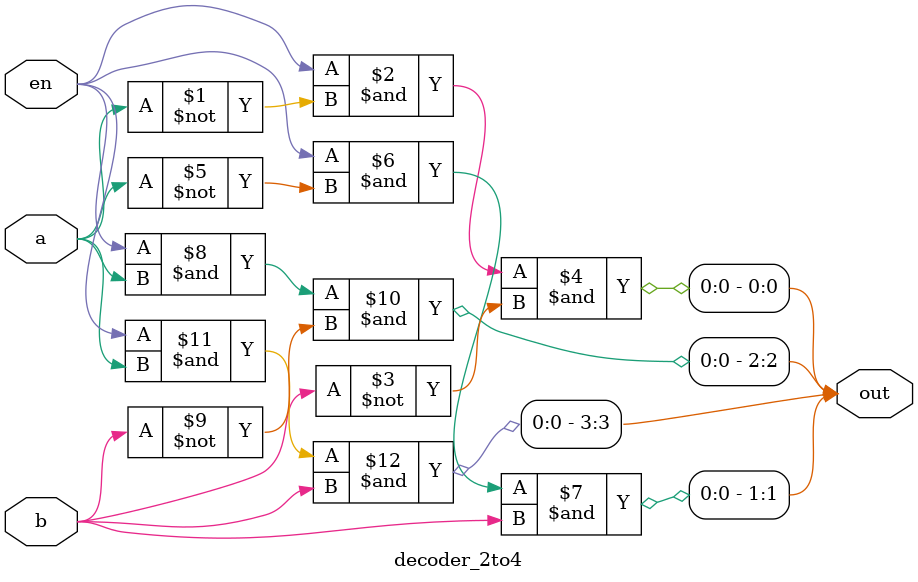
<source format=v>
module decoder_2to4 (
    input a,b,en,
    output [3:0] out
);
assign out[0] =(en & ~a & ~b);
assign out[1] =(en & ~a & b);
assign out[2] =(en & a & ~b);
assign out[3] =(en & a & b);

endmodule

</source>
